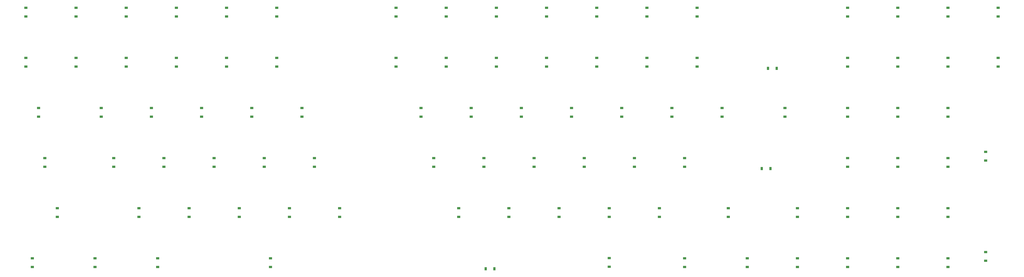
<source format=gbp>
%TF.GenerationSoftware,KiCad,Pcbnew,6.0.11-2627ca5db0~126~ubuntu22.04.1*%
%TF.CreationDate,2023-11-06T21:31:54+01:00*%
%TF.ProjectId,pcb,7063622e-6b69-4636-9164-5f7063625858,rev?*%
%TF.SameCoordinates,Original*%
%TF.FileFunction,Paste,Bot*%
%TF.FilePolarity,Positive*%
%FSLAX46Y46*%
G04 Gerber Fmt 4.6, Leading zero omitted, Abs format (unit mm)*
G04 Created by KiCad (PCBNEW 6.0.11-2627ca5db0~126~ubuntu22.04.1) date 2023-11-06 21:31:54*
%MOMM*%
%LPD*%
G01*
G04 APERTURE LIST*
%ADD10R,1.200000X0.900000*%
%ADD11R,0.900000X1.200000*%
G04 APERTURE END LIST*
D10*
%TO.C,D37*%
X211931300Y-279318750D03*
X211931300Y-282618750D03*
%TD*%
%TO.C,D15*%
X80962500Y-317437500D03*
X80962500Y-320737500D03*
%TD*%
%TO.C,D84*%
X273843800Y-355518750D03*
X273843800Y-358818750D03*
%TD*%
%TO.C,D81*%
X216693800Y-355518750D03*
X216693800Y-358818750D03*
%TD*%
%TO.C,D83*%
X254793800Y-355518750D03*
X254793800Y-358818750D03*
%TD*%
%TO.C,D44*%
X383381300Y-279318750D03*
X383381300Y-282618750D03*
%TD*%
%TO.C,D35*%
X173831300Y-279318750D03*
X173831300Y-282618750D03*
%TD*%
%TO.C,D95*%
X345281300Y-374568750D03*
X345281300Y-377868750D03*
%TD*%
%TO.C,D88*%
X364331300Y-355518750D03*
X364331300Y-358818750D03*
%TD*%
%TO.C,D28*%
X114300000Y-355537500D03*
X114300000Y-358837500D03*
%TD*%
%TO.C,D70*%
X207168800Y-336468750D03*
X207168800Y-339768750D03*
%TD*%
%TO.C,D41*%
X288131300Y-279318750D03*
X288131300Y-282618750D03*
%TD*%
%TO.C,D24*%
X142875000Y-336487500D03*
X142875000Y-339787500D03*
%TD*%
%TO.C,D34*%
X126206250Y-374587500D03*
X126206250Y-377887500D03*
%TD*%
%TO.C,D77*%
X364331300Y-336468750D03*
X364331300Y-339768750D03*
%TD*%
%TO.C,D86*%
X326231300Y-355518750D03*
X326231300Y-358818750D03*
%TD*%
%TO.C,D46*%
X173831300Y-298368750D03*
X173831300Y-301668750D03*
%TD*%
%TO.C,D21*%
X85725000Y-336487500D03*
X85725000Y-339787500D03*
%TD*%
%TO.C,D94*%
X326231300Y-374568750D03*
X326231300Y-377868750D03*
%TD*%
%TO.C,D87*%
X345281300Y-355518750D03*
X345281300Y-358818750D03*
%TD*%
%TO.C,D32*%
X59531250Y-374587500D03*
X59531250Y-377887500D03*
%TD*%
%TO.C,D12*%
X128587500Y-298387500D03*
X128587500Y-301687500D03*
%TD*%
%TO.C,D72*%
X245268800Y-336468750D03*
X245268800Y-339768750D03*
%TD*%
%TO.C,D6*%
X128587500Y-279337500D03*
X128587500Y-282637500D03*
%TD*%
%TO.C,D13*%
X38100000Y-317437500D03*
X38100000Y-320737500D03*
%TD*%
%TO.C,D80*%
X197643800Y-355518750D03*
X197643800Y-358818750D03*
%TD*%
%TO.C,D91*%
X254762550Y-374543750D03*
X254762550Y-377843750D03*
%TD*%
%TO.C,D25*%
X45243750Y-355537500D03*
X45243750Y-358837500D03*
%TD*%
%TO.C,D55*%
X364331300Y-298368750D03*
X364331300Y-301668750D03*
%TD*%
%TO.C,D39*%
X250031300Y-279318750D03*
X250031300Y-282618750D03*
%TD*%
%TO.C,D48*%
X211931300Y-298368750D03*
X211931300Y-301668750D03*
%TD*%
%TO.C,D42*%
X345281300Y-279318750D03*
X345281300Y-282618750D03*
%TD*%
%TO.C,D27*%
X95250000Y-355537500D03*
X95250000Y-358837500D03*
%TD*%
%TO.C,D9*%
X71437500Y-298387500D03*
X71437500Y-301687500D03*
%TD*%
%TO.C,D67*%
X364331300Y-317418750D03*
X364331300Y-320718750D03*
%TD*%
%TO.C,D89*%
X383381300Y-355518750D03*
X383381300Y-358818750D03*
%TD*%
%TO.C,D43*%
X364331300Y-279318750D03*
X364331300Y-282618750D03*
%TD*%
%TO.C,D85*%
X300037550Y-355518750D03*
X300037550Y-358818750D03*
%TD*%
%TO.C,D50*%
X250031300Y-298368750D03*
X250031300Y-301668750D03*
%TD*%
%TO.C,D40*%
X269081300Y-279318750D03*
X269081300Y-282618750D03*
%TD*%
%TO.C,D92*%
X283368800Y-374568750D03*
X283368800Y-377868750D03*
%TD*%
%TO.C,D66*%
X345281300Y-317418750D03*
X345281300Y-320718750D03*
%TD*%
%TO.C,D2*%
X52387500Y-279337500D03*
X52387500Y-282637500D03*
%TD*%
%TO.C,D3*%
X71437500Y-279337500D03*
X71437500Y-282637500D03*
%TD*%
%TO.C,D45*%
X402431300Y-279318750D03*
X402431300Y-282618750D03*
%TD*%
%TO.C,D57*%
X402431300Y-298368750D03*
X402431300Y-301668750D03*
%TD*%
%TO.C,D38*%
X230981300Y-279318750D03*
X230981300Y-282618750D03*
%TD*%
%TO.C,D18*%
X138112500Y-317437500D03*
X138112500Y-320737500D03*
%TD*%
%TO.C,D96*%
X364331300Y-374568750D03*
X364331300Y-377868750D03*
%TD*%
%TO.C,D68*%
X383381300Y-317418750D03*
X383381300Y-320718750D03*
%TD*%
%TO.C,D22*%
X104775000Y-336487500D03*
X104775000Y-339787500D03*
%TD*%
%TO.C,D60*%
X221456300Y-317418750D03*
X221456300Y-320718750D03*
%TD*%
%TO.C,D51*%
X269081300Y-298368750D03*
X269081300Y-301668750D03*
%TD*%
%TO.C,D52*%
X288131300Y-298368750D03*
X288131300Y-301668750D03*
%TD*%
%TO.C,D8*%
X52387500Y-298387500D03*
X52387500Y-301687500D03*
%TD*%
%TO.C,D62*%
X259556300Y-317418750D03*
X259556300Y-320718750D03*
%TD*%
%TO.C,D23*%
X123825000Y-336487500D03*
X123825000Y-339787500D03*
%TD*%
%TO.C,D69*%
X188118800Y-336468750D03*
X188118800Y-339768750D03*
%TD*%
%TO.C,D11*%
X109537500Y-298387500D03*
X109537500Y-301687500D03*
%TD*%
D11*
%TO.C,D75*%
X315975050Y-340500000D03*
X312675050Y-340500000D03*
%TD*%
D10*
%TO.C,D93*%
X307181300Y-374568750D03*
X307181300Y-377868750D03*
%TD*%
%TO.C,D82*%
X235743800Y-355518750D03*
X235743800Y-358818750D03*
%TD*%
%TO.C,D58*%
X183356300Y-317418750D03*
X183356300Y-320718750D03*
%TD*%
%TO.C,D1*%
X33337500Y-279337500D03*
X33337500Y-282637500D03*
%TD*%
%TO.C,D30*%
X152400000Y-355537500D03*
X152400000Y-358837500D03*
%TD*%
%TO.C,D33*%
X83343750Y-374587500D03*
X83343750Y-377887500D03*
%TD*%
%TO.C,D54*%
X345281300Y-298368750D03*
X345281300Y-301668750D03*
%TD*%
%TO.C,D19*%
X40481250Y-336487500D03*
X40481250Y-339787500D03*
%TD*%
%TO.C,D65*%
X321468800Y-317418750D03*
X321468800Y-320718750D03*
%TD*%
%TO.C,D5*%
X109537500Y-279337500D03*
X109537500Y-282637500D03*
%TD*%
%TO.C,D64*%
X297656300Y-317418750D03*
X297656300Y-320718750D03*
%TD*%
%TO.C,D26*%
X76200000Y-355537500D03*
X76200000Y-358837500D03*
%TD*%
%TO.C,D29*%
X133350000Y-355537500D03*
X133350000Y-358837500D03*
%TD*%
%TO.C,D17*%
X119062500Y-317437500D03*
X119062500Y-320737500D03*
%TD*%
%TO.C,D10*%
X90487500Y-298387500D03*
X90487500Y-301687500D03*
%TD*%
%TO.C,D7*%
X33337500Y-298387500D03*
X33337500Y-301687500D03*
%TD*%
D11*
%TO.C,D53*%
X318356300Y-302400000D03*
X315056300Y-302400000D03*
%TD*%
D10*
%TO.C,D78*%
X383381300Y-336468750D03*
X383381300Y-339768750D03*
%TD*%
%TO.C,D71*%
X226218800Y-336468750D03*
X226218800Y-339768750D03*
%TD*%
%TO.C,D16*%
X100012500Y-317437500D03*
X100012500Y-320737500D03*
%TD*%
%TO.C,D4*%
X90487500Y-279337500D03*
X90487500Y-282637500D03*
%TD*%
%TO.C,D63*%
X278606300Y-317418750D03*
X278606300Y-320718750D03*
%TD*%
%TO.C,D76*%
X345281300Y-336468750D03*
X345281300Y-339768750D03*
%TD*%
%TO.C,D97*%
X383381300Y-374568750D03*
X383381300Y-377868750D03*
%TD*%
%TO.C,D47*%
X192881300Y-298368750D03*
X192881300Y-301668750D03*
%TD*%
%TO.C,D73*%
X264318800Y-336468750D03*
X264318800Y-339768750D03*
%TD*%
%TO.C,D56*%
X383381300Y-298368750D03*
X383381300Y-301668750D03*
%TD*%
%TO.C,D20*%
X66675000Y-336487500D03*
X66675000Y-339787500D03*
%TD*%
%TO.C,D79*%
X397668800Y-334087500D03*
X397668800Y-337387500D03*
%TD*%
%TO.C,D59*%
X202406300Y-317418750D03*
X202406300Y-320718750D03*
%TD*%
%TO.C,D61*%
X240506300Y-317418750D03*
X240506300Y-320718750D03*
%TD*%
D11*
%TO.C,D90*%
X211200050Y-378600000D03*
X207900050Y-378600000D03*
%TD*%
D10*
%TO.C,D36*%
X192881300Y-279318750D03*
X192881300Y-282618750D03*
%TD*%
%TO.C,D74*%
X283368800Y-336468750D03*
X283368800Y-339768750D03*
%TD*%
%TO.C,D49*%
X230981300Y-298368750D03*
X230981300Y-301668750D03*
%TD*%
%TO.C,D14*%
X61912500Y-317437500D03*
X61912500Y-320737500D03*
%TD*%
%TO.C,D31*%
X35718750Y-374587500D03*
X35718750Y-377887500D03*
%TD*%
%TO.C,D98*%
X397668800Y-372187500D03*
X397668800Y-375487500D03*
%TD*%
M02*

</source>
